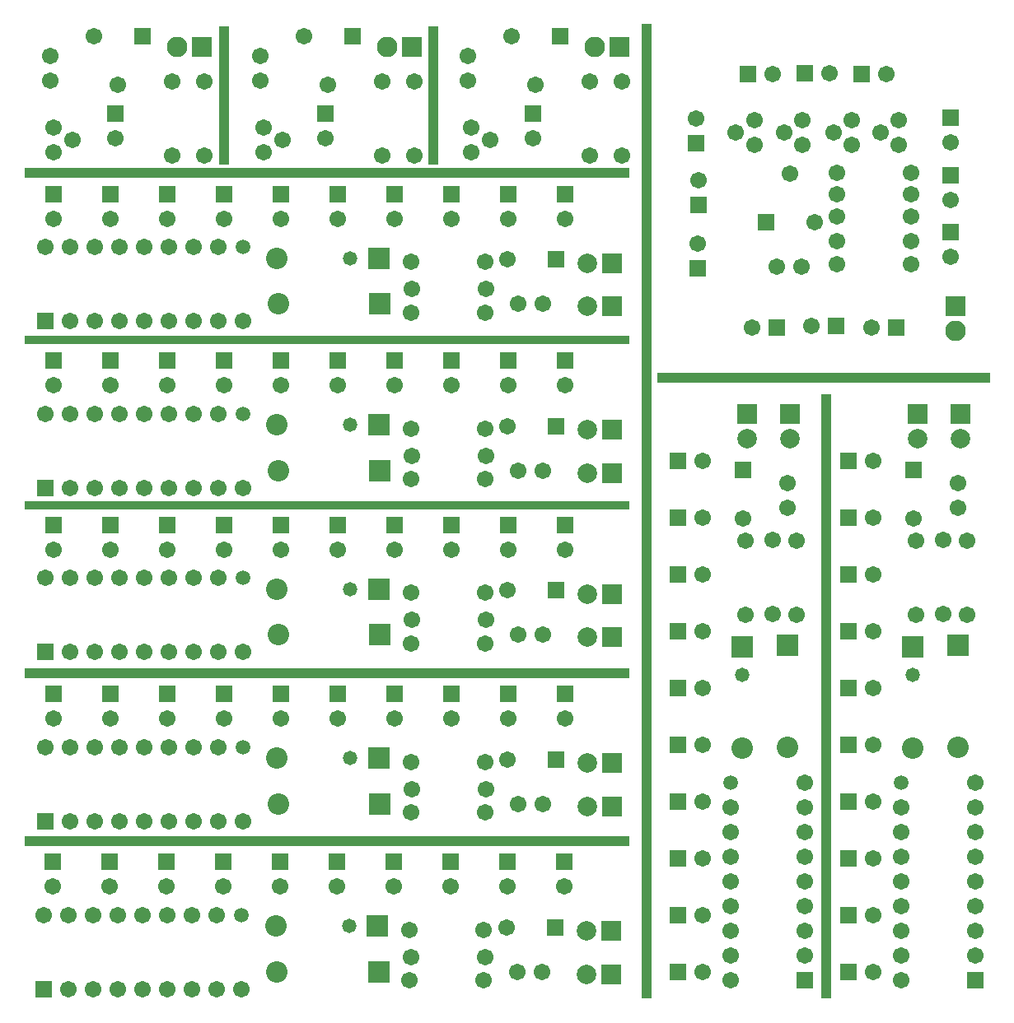
<source format=gts>
G04 Layer_Color=8388736*
%FSLAX25Y25*%
%MOIN*%
G70*
G01*
G75*
%ADD43R,0.03950X0.55918*%
%ADD44R,1.34658X0.03950*%
%ADD45R,0.03950X2.44895*%
%ADD46R,0.03950X3.94501*%
%ADD47R,2.44895X0.03950*%
%ADD48R,2.44895X0.03556*%
%ADD49C,0.06706*%
%ADD50C,0.06737*%
%ADD51R,0.06737X0.06737*%
%ADD52R,0.06706X0.06706*%
%ADD53C,0.08280*%
%ADD54R,0.07887X0.07887*%
%ADD55R,0.07887X0.07887*%
%ADD56R,0.06706X0.06706*%
%ADD57C,0.08674*%
%ADD58R,0.08674X0.08674*%
%ADD59C,0.07887*%
%ADD60C,0.05910*%
%ADD61R,0.08674X0.08674*%
%ADD62C,0.05800*%
D43*
X168500Y369500D02*
D03*
X84000D02*
D03*
D44*
X326500Y255000D02*
D03*
D45*
X327500Y126000D02*
D03*
D46*
X255000Y201000D02*
D03*
D47*
X125500Y338000D02*
D03*
Y135500D02*
D03*
Y67500D02*
D03*
D48*
Y270500D02*
D03*
Y203500D02*
D03*
D49*
X245000Y345000D02*
D03*
Y375000D02*
D03*
X232000Y345000D02*
D03*
Y375000D02*
D03*
X184000Y346500D02*
D03*
X191500Y351500D02*
D03*
X184000Y356500D02*
D03*
X182500Y375500D02*
D03*
Y385500D02*
D03*
X209000Y352000D02*
D03*
X161000Y345000D02*
D03*
Y375000D02*
D03*
X148000Y345000D02*
D03*
Y375000D02*
D03*
X100000Y346500D02*
D03*
X107500Y351500D02*
D03*
X100000Y356500D02*
D03*
X98500Y375500D02*
D03*
Y385500D02*
D03*
X125000Y352000D02*
D03*
X76000Y345000D02*
D03*
Y375000D02*
D03*
X63000Y345000D02*
D03*
Y375000D02*
D03*
X15000Y346500D02*
D03*
X22500Y351500D02*
D03*
X15000Y356500D02*
D03*
X13500Y375500D02*
D03*
Y385500D02*
D03*
X40000Y352000D02*
D03*
X332000Y301000D02*
D03*
X362000D02*
D03*
Y338000D02*
D03*
X332000D02*
D03*
Y310500D02*
D03*
X362000D02*
D03*
X332000Y329500D02*
D03*
X362000D02*
D03*
X332000Y320500D02*
D03*
X362000D02*
D03*
X298500Y349500D02*
D03*
X291000Y354500D02*
D03*
X298500Y359500D02*
D03*
X318000Y349500D02*
D03*
X310500Y354500D02*
D03*
X318000Y359500D02*
D03*
X338000Y349500D02*
D03*
X330500Y354500D02*
D03*
X338000Y359500D02*
D03*
X357000Y349500D02*
D03*
X349500Y354500D02*
D03*
X357000Y359500D02*
D03*
X317500Y300000D02*
D03*
X307500D02*
D03*
X306000Y378000D02*
D03*
X329000Y378500D02*
D03*
X352000Y378000D02*
D03*
X378000Y350500D02*
D03*
Y327000D02*
D03*
Y304000D02*
D03*
X346000Y275500D02*
D03*
X321500Y276000D02*
D03*
X297500Y275500D02*
D03*
X275500Y309500D02*
D03*
X276000Y335000D02*
D03*
X275000Y360000D02*
D03*
X346500Y14500D02*
D03*
X363000Y198157D02*
D03*
X375000Y159500D02*
D03*
Y189500D02*
D03*
X384500Y159000D02*
D03*
Y189000D02*
D03*
X346500Y37500D02*
D03*
Y60500D02*
D03*
Y83500D02*
D03*
Y106500D02*
D03*
Y129500D02*
D03*
Y152500D02*
D03*
Y175500D02*
D03*
Y198500D02*
D03*
Y221500D02*
D03*
X364000Y159000D02*
D03*
Y189000D02*
D03*
X381000Y212500D02*
D03*
Y202500D02*
D03*
X388000Y21000D02*
D03*
Y31000D02*
D03*
Y41000D02*
D03*
Y51000D02*
D03*
Y61000D02*
D03*
Y71000D02*
D03*
Y81000D02*
D03*
Y91000D02*
D03*
X358000Y81000D02*
D03*
Y71000D02*
D03*
Y61000D02*
D03*
Y51000D02*
D03*
Y41000D02*
D03*
Y31000D02*
D03*
Y21000D02*
D03*
Y11000D02*
D03*
X277500Y14500D02*
D03*
X294000Y198157D02*
D03*
X306000Y159500D02*
D03*
Y189500D02*
D03*
X315500Y159000D02*
D03*
Y189000D02*
D03*
X277500Y37500D02*
D03*
Y60500D02*
D03*
Y83500D02*
D03*
Y106500D02*
D03*
Y129500D02*
D03*
Y152500D02*
D03*
Y175500D02*
D03*
Y198500D02*
D03*
Y221500D02*
D03*
X295000Y159000D02*
D03*
Y189000D02*
D03*
X312000Y212500D02*
D03*
Y202500D02*
D03*
X319000Y21000D02*
D03*
Y31000D02*
D03*
Y41000D02*
D03*
Y51000D02*
D03*
Y61000D02*
D03*
Y71000D02*
D03*
Y81000D02*
D03*
Y91000D02*
D03*
X289000Y81000D02*
D03*
Y71000D02*
D03*
Y61000D02*
D03*
Y51000D02*
D03*
Y41000D02*
D03*
Y31000D02*
D03*
Y21000D02*
D03*
Y11000D02*
D03*
X15000Y319500D02*
D03*
X198657Y303000D02*
D03*
X160000Y291000D02*
D03*
X190000D02*
D03*
X159500Y281500D02*
D03*
X189500D02*
D03*
X38000Y319500D02*
D03*
X61000D02*
D03*
X84000D02*
D03*
X107000D02*
D03*
X130000D02*
D03*
X153000D02*
D03*
X176000D02*
D03*
X199000D02*
D03*
X222000D02*
D03*
X159500Y302000D02*
D03*
X189500D02*
D03*
X213000Y285000D02*
D03*
X203000D02*
D03*
X21500Y278000D02*
D03*
X31500D02*
D03*
X41500D02*
D03*
X51500D02*
D03*
X61500D02*
D03*
X71500D02*
D03*
X81500D02*
D03*
X91500D02*
D03*
X81500Y308000D02*
D03*
X71500D02*
D03*
X61500D02*
D03*
X51500D02*
D03*
X41500D02*
D03*
X31500D02*
D03*
X21500D02*
D03*
X11500D02*
D03*
X15000Y252000D02*
D03*
X198657Y235500D02*
D03*
X160000Y223500D02*
D03*
X190000D02*
D03*
X159500Y214000D02*
D03*
X189500D02*
D03*
X38000Y252000D02*
D03*
X61000D02*
D03*
X84000D02*
D03*
X107000D02*
D03*
X130000D02*
D03*
X153000D02*
D03*
X176000D02*
D03*
X199000D02*
D03*
X222000D02*
D03*
X159500Y234500D02*
D03*
X189500D02*
D03*
X213000Y217500D02*
D03*
X203000D02*
D03*
X21500Y210500D02*
D03*
X31500D02*
D03*
X41500D02*
D03*
X51500D02*
D03*
X61500D02*
D03*
X71500D02*
D03*
X81500D02*
D03*
X91500D02*
D03*
X81500Y240500D02*
D03*
X71500D02*
D03*
X61500D02*
D03*
X51500D02*
D03*
X41500D02*
D03*
X31500D02*
D03*
X21500D02*
D03*
X11500D02*
D03*
X15000Y185500D02*
D03*
X198657Y169000D02*
D03*
X160000Y157000D02*
D03*
X190000D02*
D03*
X159500Y147500D02*
D03*
X189500D02*
D03*
X38000Y185500D02*
D03*
X61000D02*
D03*
X84000D02*
D03*
X107000D02*
D03*
X130000D02*
D03*
X153000D02*
D03*
X176000D02*
D03*
X199000D02*
D03*
X222000D02*
D03*
X159500Y168000D02*
D03*
X189500D02*
D03*
X213000Y151000D02*
D03*
X203000D02*
D03*
X21500Y144000D02*
D03*
X31500D02*
D03*
X41500D02*
D03*
X51500D02*
D03*
X61500D02*
D03*
X71500D02*
D03*
X81500D02*
D03*
X91500D02*
D03*
X81500Y174000D02*
D03*
X71500D02*
D03*
X61500D02*
D03*
X51500D02*
D03*
X41500D02*
D03*
X31500D02*
D03*
X21500D02*
D03*
X11500D02*
D03*
X15000Y117000D02*
D03*
X198657Y100500D02*
D03*
X160000Y88500D02*
D03*
X190000D02*
D03*
X159500Y79000D02*
D03*
X189500D02*
D03*
X38000Y117000D02*
D03*
X61000D02*
D03*
X84000D02*
D03*
X107000D02*
D03*
X130000D02*
D03*
X153000D02*
D03*
X176000D02*
D03*
X199000D02*
D03*
X222000D02*
D03*
X159500Y99500D02*
D03*
X189500D02*
D03*
X213000Y82500D02*
D03*
X203000D02*
D03*
X21500Y75500D02*
D03*
X31500D02*
D03*
X41500D02*
D03*
X51500D02*
D03*
X61500D02*
D03*
X71500D02*
D03*
X81500D02*
D03*
X91500D02*
D03*
X81500Y105500D02*
D03*
X71500D02*
D03*
X61500D02*
D03*
X51500D02*
D03*
X41500D02*
D03*
X31500D02*
D03*
X21500D02*
D03*
X11500D02*
D03*
X198157Y32500D02*
D03*
X212500Y14500D02*
D03*
X202500D02*
D03*
X159000Y31500D02*
D03*
X189000D02*
D03*
X21000Y7500D02*
D03*
X31000D02*
D03*
X41000D02*
D03*
X51000D02*
D03*
X61000D02*
D03*
X71000D02*
D03*
X81000D02*
D03*
X91000D02*
D03*
X81000Y37500D02*
D03*
X71000D02*
D03*
X61000D02*
D03*
X51000D02*
D03*
X41000D02*
D03*
X31000D02*
D03*
X21000D02*
D03*
X11000D02*
D03*
X159000Y11000D02*
D03*
X189000D02*
D03*
X159500Y20500D02*
D03*
X189500D02*
D03*
X221500Y49000D02*
D03*
X198500D02*
D03*
X175500D02*
D03*
X152500D02*
D03*
X129500D02*
D03*
X106500D02*
D03*
X83500D02*
D03*
X60500D02*
D03*
X37500D02*
D03*
X14500D02*
D03*
D50*
X200157Y393342D02*
D03*
X210000Y373657D02*
D03*
X116157Y393342D02*
D03*
X126000Y373657D02*
D03*
X31157Y393342D02*
D03*
X41000Y373657D02*
D03*
X313000Y337843D02*
D03*
X322843Y318157D02*
D03*
D51*
X219843Y393342D02*
D03*
X135843D02*
D03*
X50842D02*
D03*
X303157Y318157D02*
D03*
D52*
X209000Y362000D02*
D03*
X125000D02*
D03*
X40000D02*
D03*
X378000Y360500D02*
D03*
Y337000D02*
D03*
Y314000D02*
D03*
X275500Y299500D02*
D03*
X276000Y325000D02*
D03*
X275000Y350000D02*
D03*
X363000Y217843D02*
D03*
X294000D02*
D03*
X15000Y329500D02*
D03*
X38000D02*
D03*
X61000D02*
D03*
X84000D02*
D03*
X107000D02*
D03*
X130000D02*
D03*
X153000D02*
D03*
X176000D02*
D03*
X199000D02*
D03*
X222000D02*
D03*
X11500Y278000D02*
D03*
X15000Y262000D02*
D03*
X38000D02*
D03*
X61000D02*
D03*
X84000D02*
D03*
X107000D02*
D03*
X130000D02*
D03*
X153000D02*
D03*
X176000D02*
D03*
X199000D02*
D03*
X222000D02*
D03*
X11500Y210500D02*
D03*
X15000Y195500D02*
D03*
X38000D02*
D03*
X61000D02*
D03*
X84000D02*
D03*
X107000D02*
D03*
X130000D02*
D03*
X153000D02*
D03*
X176000D02*
D03*
X199000D02*
D03*
X222000D02*
D03*
X11500Y144000D02*
D03*
X15000Y127000D02*
D03*
X38000D02*
D03*
X61000D02*
D03*
X84000D02*
D03*
X107000D02*
D03*
X130000D02*
D03*
X153000D02*
D03*
X176000D02*
D03*
X199000D02*
D03*
X222000D02*
D03*
X11500Y75500D02*
D03*
X11000Y7500D02*
D03*
X221500Y59000D02*
D03*
X198500D02*
D03*
X175500D02*
D03*
X152500D02*
D03*
X129500D02*
D03*
X106500D02*
D03*
X83500D02*
D03*
X60500D02*
D03*
X37500D02*
D03*
X14500D02*
D03*
D53*
X234000Y389000D02*
D03*
X150000D02*
D03*
X65000D02*
D03*
X380000Y274000D02*
D03*
D54*
X244000Y389000D02*
D03*
X160000D02*
D03*
X75000D02*
D03*
X241000Y284000D02*
D03*
Y301500D02*
D03*
Y216500D02*
D03*
Y234000D02*
D03*
Y150000D02*
D03*
Y167500D02*
D03*
Y81500D02*
D03*
Y99000D02*
D03*
X240500Y31000D02*
D03*
Y13500D02*
D03*
D55*
X380000Y284000D02*
D03*
X382000Y240500D02*
D03*
X364500D02*
D03*
X313000D02*
D03*
X295500D02*
D03*
D56*
X296000Y378000D02*
D03*
X319000Y378500D02*
D03*
X342000Y378000D02*
D03*
X356000Y275500D02*
D03*
X331500Y276000D02*
D03*
X307500Y275500D02*
D03*
X336500Y14500D02*
D03*
Y37500D02*
D03*
Y60500D02*
D03*
Y83500D02*
D03*
Y106500D02*
D03*
Y129500D02*
D03*
Y152500D02*
D03*
Y175500D02*
D03*
Y198500D02*
D03*
Y221500D02*
D03*
X388000Y11000D02*
D03*
X267500Y14500D02*
D03*
Y37500D02*
D03*
Y60500D02*
D03*
Y83500D02*
D03*
Y106500D02*
D03*
Y129500D02*
D03*
Y152500D02*
D03*
Y175500D02*
D03*
Y198500D02*
D03*
Y221500D02*
D03*
X319000Y11000D02*
D03*
X218343Y303000D02*
D03*
Y235500D02*
D03*
Y169000D02*
D03*
Y100500D02*
D03*
X217843Y32500D02*
D03*
D57*
X362500Y104909D02*
D03*
X381000Y105409D02*
D03*
X293500Y104909D02*
D03*
X312000Y105409D02*
D03*
X105409Y303500D02*
D03*
X105909Y285000D02*
D03*
X105409Y236000D02*
D03*
X105909Y217500D02*
D03*
X105409Y169500D02*
D03*
X105909Y151000D02*
D03*
X105409Y101000D02*
D03*
X105909Y82500D02*
D03*
X104909Y33000D02*
D03*
X105409Y14500D02*
D03*
D58*
X362500Y146091D02*
D03*
X381000Y146591D02*
D03*
X293500Y146091D02*
D03*
X312000Y146591D02*
D03*
D59*
X382000Y230500D02*
D03*
X364500D02*
D03*
X313000D02*
D03*
X295500D02*
D03*
X231000Y284000D02*
D03*
Y301500D02*
D03*
Y216500D02*
D03*
Y234000D02*
D03*
Y150000D02*
D03*
Y167500D02*
D03*
Y81500D02*
D03*
Y99000D02*
D03*
X230500Y31000D02*
D03*
Y13500D02*
D03*
D60*
X358000Y91000D02*
D03*
X289000D02*
D03*
X91500Y308000D02*
D03*
Y240500D02*
D03*
Y174000D02*
D03*
Y105500D02*
D03*
X91000Y37500D02*
D03*
D61*
X146591Y303500D02*
D03*
X147091Y285000D02*
D03*
X146591Y236000D02*
D03*
X147091Y217500D02*
D03*
X146591Y169500D02*
D03*
X147091Y151000D02*
D03*
X146591Y101000D02*
D03*
X147091Y82500D02*
D03*
X146091Y33000D02*
D03*
X146591Y14500D02*
D03*
D62*
X362500Y134600D02*
D03*
X293500D02*
D03*
X135100Y303500D02*
D03*
Y236000D02*
D03*
Y169500D02*
D03*
Y101000D02*
D03*
X134600Y33000D02*
D03*
M02*

</source>
